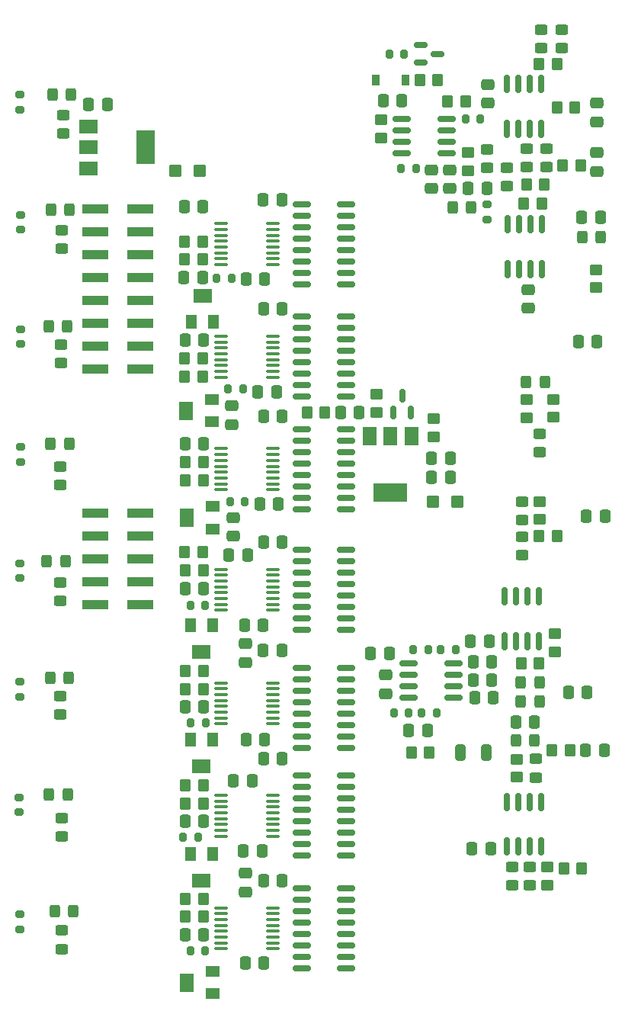
<source format=gbr>
%TF.GenerationSoftware,KiCad,Pcbnew,(6.0.1)*%
%TF.CreationDate,2023-08-04T16:44:47-07:00*%
%TF.ProjectId,pipes_main,70697065-735f-46d6-9169-6e2e6b696361,rev?*%
%TF.SameCoordinates,Original*%
%TF.FileFunction,Paste,Bot*%
%TF.FilePolarity,Positive*%
%FSLAX46Y46*%
G04 Gerber Fmt 4.6, Leading zero omitted, Abs format (unit mm)*
G04 Created by KiCad (PCBNEW (6.0.1)) date 2023-08-04 16:44:47*
%MOMM*%
%LPD*%
G01*
G04 APERTURE LIST*
G04 Aperture macros list*
%AMRoundRect*
0 Rectangle with rounded corners*
0 $1 Rounding radius*
0 $2 $3 $4 $5 $6 $7 $8 $9 X,Y pos of 4 corners*
0 Add a 4 corners polygon primitive as box body*
4,1,4,$2,$3,$4,$5,$6,$7,$8,$9,$2,$3,0*
0 Add four circle primitives for the rounded corners*
1,1,$1+$1,$2,$3*
1,1,$1+$1,$4,$5*
1,1,$1+$1,$6,$7*
1,1,$1+$1,$8,$9*
0 Add four rect primitives between the rounded corners*
20,1,$1+$1,$2,$3,$4,$5,0*
20,1,$1+$1,$4,$5,$6,$7,0*
20,1,$1+$1,$6,$7,$8,$9,0*
20,1,$1+$1,$8,$9,$2,$3,0*%
G04 Aperture macros list end*
%ADD10RoundRect,0.250000X-0.450000X0.325000X-0.450000X-0.325000X0.450000X-0.325000X0.450000X0.325000X0*%
%ADD11R,1.500000X2.000000*%
%ADD12R,3.800000X2.000000*%
%ADD13RoundRect,0.250000X0.350000X0.450000X-0.350000X0.450000X-0.350000X-0.450000X0.350000X-0.450000X0*%
%ADD14RoundRect,0.150000X-0.587500X-0.150000X0.587500X-0.150000X0.587500X0.150000X-0.587500X0.150000X0*%
%ADD15RoundRect,0.200000X0.200000X0.275000X-0.200000X0.275000X-0.200000X-0.275000X0.200000X-0.275000X0*%
%ADD16RoundRect,0.250000X-0.350000X-0.450000X0.350000X-0.450000X0.350000X0.450000X-0.350000X0.450000X0*%
%ADD17RoundRect,0.250000X0.337500X0.475000X-0.337500X0.475000X-0.337500X-0.475000X0.337500X-0.475000X0*%
%ADD18RoundRect,0.250000X-0.337500X-0.475000X0.337500X-0.475000X0.337500X0.475000X-0.337500X0.475000X0*%
%ADD19RoundRect,0.250000X0.475000X-0.337500X0.475000X0.337500X-0.475000X0.337500X-0.475000X-0.337500X0*%
%ADD20RoundRect,0.250000X0.450000X-0.325000X0.450000X0.325000X-0.450000X0.325000X-0.450000X-0.325000X0*%
%ADD21RoundRect,0.250000X0.450000X-0.350000X0.450000X0.350000X-0.450000X0.350000X-0.450000X-0.350000X0*%
%ADD22R,1.300000X1.600000*%
%ADD23R,2.000000X1.600000*%
%ADD24R,1.600000X1.300000*%
%ADD25R,1.600000X2.000000*%
%ADD26RoundRect,0.150000X-0.150000X0.825000X-0.150000X-0.825000X0.150000X-0.825000X0.150000X0.825000X0*%
%ADD27RoundRect,0.250000X0.325000X0.450000X-0.325000X0.450000X-0.325000X-0.450000X0.325000X-0.450000X0*%
%ADD28RoundRect,0.250000X-0.450000X-0.425000X0.450000X-0.425000X0.450000X0.425000X-0.450000X0.425000X0*%
%ADD29RoundRect,0.100000X0.637500X0.100000X-0.637500X0.100000X-0.637500X-0.100000X0.637500X-0.100000X0*%
%ADD30RoundRect,0.250000X-0.450000X0.350000X-0.450000X-0.350000X0.450000X-0.350000X0.450000X0.350000X0*%
%ADD31RoundRect,0.200000X-0.275000X0.200000X-0.275000X-0.200000X0.275000X-0.200000X0.275000X0.200000X0*%
%ADD32RoundRect,0.150000X0.825000X0.150000X-0.825000X0.150000X-0.825000X-0.150000X0.825000X-0.150000X0*%
%ADD33RoundRect,0.250000X-0.475000X0.337500X-0.475000X-0.337500X0.475000X-0.337500X0.475000X0.337500X0*%
%ADD34RoundRect,0.150000X0.150000X-0.587500X0.150000X0.587500X-0.150000X0.587500X-0.150000X-0.587500X0*%
%ADD35R,0.900000X1.200000*%
%ADD36R,3.000000X1.000000*%
%ADD37RoundRect,0.250000X-0.325000X-0.450000X0.325000X-0.450000X0.325000X0.450000X-0.325000X0.450000X0*%
%ADD38R,2.000000X1.500000*%
%ADD39R,2.000000X3.800000*%
%ADD40RoundRect,0.200000X-0.200000X-0.275000X0.200000X-0.275000X0.200000X0.275000X-0.200000X0.275000X0*%
%ADD41RoundRect,0.250000X0.325000X0.650000X-0.325000X0.650000X-0.325000X-0.650000X0.325000X-0.650000X0*%
G04 APERTURE END LIST*
D10*
%TO.C,D15*%
X100600000Y-54375000D03*
X100600000Y-56425000D03*
%TD*%
D11*
%TO.C,U3*%
X83200000Y-86300000D03*
X85500000Y-86300000D03*
D12*
X85500000Y-92600000D03*
D11*
X87800000Y-86300000D03*
%TD*%
D13*
%TO.C,R36*%
X64700000Y-125100000D03*
X62700000Y-125100000D03*
%TD*%
D14*
%TO.C,Q2*%
X88862500Y-44830000D03*
X88862500Y-42930000D03*
X90737500Y-43880000D03*
%TD*%
D15*
%TO.C,R39*%
X64925000Y-105100000D03*
X63275000Y-105100000D03*
%TD*%
D13*
%TO.C,R82*%
X105450000Y-121250000D03*
X103450000Y-121250000D03*
%TD*%
D16*
%TO.C,R27*%
X100300000Y-60500000D03*
X102300000Y-60500000D03*
%TD*%
D17*
%TO.C,C8*%
X85347500Y-110490000D03*
X83272500Y-110490000D03*
%TD*%
D18*
%TO.C,C28*%
X69262500Y-107300000D03*
X71337500Y-107300000D03*
%TD*%
D17*
%TO.C,C9*%
X96917500Y-115400000D03*
X94842500Y-115400000D03*
%TD*%
D19*
%TO.C,C40*%
X69400000Y-111437500D03*
X69400000Y-109362500D03*
%TD*%
D20*
%TO.C,D14*%
X102800000Y-56425000D03*
X102800000Y-54375000D03*
%TD*%
D21*
%TO.C,R79*%
X108300000Y-69850000D03*
X108300000Y-67850000D03*
%TD*%
D15*
%TO.C,R30*%
X67835000Y-68770000D03*
X66185000Y-68770000D03*
%TD*%
D21*
%TO.C,R78*%
X103800000Y-110300000D03*
X103800000Y-108300000D03*
%TD*%
%TO.C,R73*%
X100600000Y-84300000D03*
X100600000Y-82300000D03*
%TD*%
D10*
%TO.C,D31*%
X48875000Y-76175000D03*
X48875000Y-78225000D03*
%TD*%
D17*
%TO.C,C76*%
X101487500Y-118050000D03*
X99412500Y-118050000D03*
%TD*%
D22*
%TO.C,RV17*%
X63250000Y-107350000D03*
D23*
X64500000Y-110250000D03*
D22*
X65750000Y-107350000D03*
%TD*%
D24*
%TO.C,RV13*%
X65750000Y-94150000D03*
D25*
X62850000Y-95400000D03*
D24*
X65750000Y-96650000D03*
%TD*%
D13*
%TO.C,R32*%
X64700000Y-89200000D03*
X62700000Y-89200000D03*
%TD*%
D26*
%TO.C,U38*%
X98195000Y-104125000D03*
X99465000Y-104125000D03*
X100735000Y-104125000D03*
X102005000Y-104125000D03*
X102005000Y-109075000D03*
X100735000Y-109075000D03*
X99465000Y-109075000D03*
X98195000Y-109075000D03*
%TD*%
D15*
%TO.C,R38*%
X64925000Y-143500000D03*
X63275000Y-143500000D03*
%TD*%
D10*
%TO.C,D23*%
X48850000Y-89700000D03*
X48850000Y-91750000D03*
%TD*%
%TO.C,D29*%
X49125000Y-50650000D03*
X49125000Y-52700000D03*
%TD*%
D27*
%TO.C,D9*%
X94425000Y-60900000D03*
X92375000Y-60900000D03*
%TD*%
D17*
%TO.C,C36*%
X73467500Y-84140000D03*
X71392500Y-84140000D03*
%TD*%
D28*
%TO.C,C12*%
X90250000Y-93600000D03*
X92950000Y-93600000D03*
%TD*%
D18*
%TO.C,C27*%
X69362500Y-144800000D03*
X71437500Y-144800000D03*
%TD*%
%TO.C,C10*%
X90062500Y-90900000D03*
X92137500Y-90900000D03*
%TD*%
D17*
%TO.C,C1*%
X82037500Y-83730000D03*
X79962500Y-83730000D03*
%TD*%
D29*
%TO.C,U10*%
X72422500Y-87725000D03*
X72422500Y-88375000D03*
X72422500Y-89025000D03*
X72422500Y-89675000D03*
X72422500Y-90325000D03*
X72422500Y-90975000D03*
X72422500Y-91625000D03*
X72422500Y-92275000D03*
X66697500Y-92275000D03*
X66697500Y-91625000D03*
X66697500Y-90975000D03*
X66697500Y-90325000D03*
X66697500Y-89675000D03*
X66697500Y-89025000D03*
X66697500Y-88375000D03*
X66697500Y-87725000D03*
%TD*%
D15*
%TO.C,R10*%
X89675000Y-110050000D03*
X88025000Y-110050000D03*
%TD*%
D30*
%TO.C,R7*%
X84480000Y-51200000D03*
X84480000Y-53200000D03*
%TD*%
D18*
%TO.C,C75*%
X105262500Y-114800000D03*
X107337500Y-114800000D03*
%TD*%
D31*
%TO.C,R17*%
X44400000Y-74475000D03*
X44400000Y-76125000D03*
%TD*%
D17*
%TO.C,C41*%
X70137500Y-124600000D03*
X68062500Y-124600000D03*
%TD*%
D32*
%TO.C,U19*%
X80585000Y-98955000D03*
X80585000Y-100225000D03*
X80585000Y-101495000D03*
X80585000Y-102765000D03*
X80585000Y-104035000D03*
X80585000Y-105305000D03*
X80585000Y-106575000D03*
X80585000Y-107845000D03*
X75635000Y-107845000D03*
X75635000Y-106575000D03*
X75635000Y-105305000D03*
X75635000Y-104035000D03*
X75635000Y-102765000D03*
X75635000Y-101495000D03*
X75635000Y-100225000D03*
X75635000Y-98955000D03*
%TD*%
D27*
%TO.C,D8*%
X108825000Y-64200000D03*
X106775000Y-64200000D03*
%TD*%
D17*
%TO.C,C72*%
X96437500Y-109100000D03*
X94362500Y-109100000D03*
%TD*%
D22*
%TO.C,RV10*%
X63250000Y-120050000D03*
D23*
X64500000Y-122950000D03*
D22*
X65750000Y-120050000D03*
%TD*%
D15*
%TO.C,R29*%
X69325000Y-93600000D03*
X67675000Y-93600000D03*
%TD*%
D29*
%TO.C,U17*%
X72422500Y-101125000D03*
X72422500Y-101775000D03*
X72422500Y-102425000D03*
X72422500Y-103075000D03*
X72422500Y-103725000D03*
X72422500Y-104375000D03*
X72422500Y-105025000D03*
X72422500Y-105675000D03*
X66697500Y-105675000D03*
X66697500Y-105025000D03*
X66697500Y-104375000D03*
X66697500Y-103725000D03*
X66697500Y-103075000D03*
X66697500Y-102425000D03*
X66697500Y-101775000D03*
X66697500Y-101125000D03*
%TD*%
D33*
%TO.C,C23*%
X68000000Y-95362500D03*
X68000000Y-97437500D03*
%TD*%
D21*
%TO.C,R70*%
X90300000Y-86400000D03*
X90300000Y-84400000D03*
%TD*%
D15*
%TO.C,R20*%
X64950000Y-118200000D03*
X63300000Y-118200000D03*
%TD*%
D31*
%TO.C,R13*%
X44375000Y-87550000D03*
X44375000Y-89200000D03*
%TD*%
D16*
%TO.C,R43*%
X62700000Y-101200000D03*
X64700000Y-101200000D03*
%TD*%
D17*
%TO.C,C42*%
X73447500Y-110140000D03*
X71372500Y-110140000D03*
%TD*%
D21*
%TO.C,R71*%
X99500000Y-124200000D03*
X99500000Y-122200000D03*
%TD*%
D29*
%TO.C,U12*%
X72422500Y-126205000D03*
X72422500Y-126855000D03*
X72422500Y-127505000D03*
X72422500Y-128155000D03*
X72422500Y-128805000D03*
X72422500Y-129455000D03*
X72422500Y-130105000D03*
X72422500Y-130755000D03*
X66697500Y-130755000D03*
X66697500Y-130105000D03*
X66697500Y-129455000D03*
X66697500Y-128805000D03*
X66697500Y-128155000D03*
X66697500Y-127505000D03*
X66697500Y-126855000D03*
X66697500Y-126205000D03*
%TD*%
D18*
%TO.C,C15*%
X70762500Y-81400000D03*
X72837500Y-81400000D03*
%TD*%
D16*
%TO.C,R41*%
X62700000Y-139700000D03*
X64700000Y-139700000D03*
%TD*%
D21*
%TO.C,R75*%
X102100000Y-95600000D03*
X102100000Y-93600000D03*
%TD*%
D18*
%TO.C,C20*%
X70962500Y-93900000D03*
X73037500Y-93900000D03*
%TD*%
D34*
%TO.C,Q1*%
X87740000Y-83687500D03*
X85840000Y-83687500D03*
X86790000Y-81812500D03*
%TD*%
D30*
%TO.C,R74*%
X102900000Y-134200000D03*
X102900000Y-136200000D03*
%TD*%
D16*
%TO.C,R19*%
X87800000Y-121500000D03*
X89800000Y-121500000D03*
%TD*%
D20*
%TO.C,D11*%
X102200000Y-43225000D03*
X102200000Y-41175000D03*
%TD*%
D10*
%TO.C,D19*%
X99000000Y-134175000D03*
X99000000Y-136225000D03*
%TD*%
D29*
%TO.C,U4*%
X72422500Y-113725000D03*
X72422500Y-114375000D03*
X72422500Y-115025000D03*
X72422500Y-115675000D03*
X72422500Y-116325000D03*
X72422500Y-116975000D03*
X72422500Y-117625000D03*
X72422500Y-118275000D03*
X66697500Y-118275000D03*
X66697500Y-117625000D03*
X66697500Y-116975000D03*
X66697500Y-116325000D03*
X66697500Y-115675000D03*
X66697500Y-115025000D03*
X66697500Y-114375000D03*
X66697500Y-113725000D03*
%TD*%
D31*
%TO.C,R15*%
X44300000Y-139425000D03*
X44300000Y-141075000D03*
%TD*%
D35*
%TO.C,D5*%
X87137500Y-46780000D03*
X83837500Y-46780000D03*
%TD*%
D15*
%TO.C,R21*%
X69125000Y-81100000D03*
X67475000Y-81100000D03*
%TD*%
D18*
%TO.C,C3*%
X51962500Y-49500000D03*
X54037500Y-49500000D03*
%TD*%
D17*
%TO.C,C31*%
X64737500Y-75700000D03*
X62662500Y-75700000D03*
%TD*%
D36*
%TO.C,J21*%
X52680000Y-61110000D03*
X57720000Y-61110000D03*
X52680000Y-63650000D03*
X57720000Y-63650000D03*
X52680000Y-66190000D03*
X57720000Y-66190000D03*
X52680000Y-68730000D03*
X57720000Y-68730000D03*
X52680000Y-71270000D03*
X57720000Y-71270000D03*
X52680000Y-73810000D03*
X57720000Y-73810000D03*
X52680000Y-76350000D03*
X57720000Y-76350000D03*
X52680000Y-78890000D03*
X57720000Y-78890000D03*
%TD*%
D21*
%TO.C,R1*%
X83930000Y-83670000D03*
X83930000Y-81670000D03*
%TD*%
D24*
%TO.C,RV11*%
X65650000Y-82250000D03*
D25*
X62750000Y-83500000D03*
D24*
X65650000Y-84750000D03*
%TD*%
D20*
%TO.C,D18*%
X101000000Y-136225000D03*
X101000000Y-134175000D03*
%TD*%
D27*
%TO.C,D3*%
X49825000Y-61225000D03*
X47775000Y-61225000D03*
%TD*%
D13*
%TO.C,R85*%
X104000000Y-97450000D03*
X102000000Y-97450000D03*
%TD*%
D37*
%TO.C,D16*%
X100575000Y-80300000D03*
X102625000Y-80300000D03*
%TD*%
D31*
%TO.C,R2*%
X96220000Y-60595000D03*
X96220000Y-62245000D03*
%TD*%
D18*
%TO.C,C19*%
X87512500Y-119050000D03*
X89587500Y-119050000D03*
%TD*%
D27*
%TO.C,D26*%
X50225000Y-139050000D03*
X48175000Y-139050000D03*
%TD*%
D10*
%TO.C,D17*%
X102100000Y-86075000D03*
X102100000Y-88125000D03*
%TD*%
D22*
%TO.C,RV14*%
X65850000Y-73650000D03*
D23*
X64600000Y-70750000D03*
D22*
X63350000Y-73650000D03*
%TD*%
D27*
%TO.C,D28*%
X50025000Y-48425000D03*
X47975000Y-48425000D03*
%TD*%
D16*
%TO.C,R26*%
X62600000Y-79700000D03*
X64600000Y-79700000D03*
%TD*%
D18*
%TO.C,C14*%
X69462500Y-120000000D03*
X71537500Y-120000000D03*
%TD*%
D32*
%TO.C,U13*%
X80585000Y-85555000D03*
X80585000Y-86825000D03*
X80585000Y-88095000D03*
X80585000Y-89365000D03*
X80585000Y-90635000D03*
X80585000Y-91905000D03*
X80585000Y-93175000D03*
X80585000Y-94445000D03*
X75635000Y-94445000D03*
X75635000Y-93175000D03*
X75635000Y-91905000D03*
X75635000Y-90635000D03*
X75635000Y-89365000D03*
X75635000Y-88095000D03*
X75635000Y-86825000D03*
X75635000Y-85555000D03*
%TD*%
D36*
%TO.C,J22*%
X57720000Y-105080000D03*
X52680000Y-105080000D03*
X57720000Y-102540000D03*
X52680000Y-102540000D03*
X57720000Y-100000000D03*
X52680000Y-100000000D03*
X57720000Y-97460000D03*
X52680000Y-97460000D03*
X57720000Y-94920000D03*
X52680000Y-94920000D03*
%TD*%
D19*
%TO.C,C70*%
X96300000Y-49337500D03*
X96300000Y-47262500D03*
%TD*%
D21*
%TO.C,R3*%
X94110000Y-56840000D03*
X94110000Y-54840000D03*
%TD*%
D10*
%TO.C,D27*%
X48950000Y-141225000D03*
X48950000Y-143275000D03*
%TD*%
%TO.C,D20*%
X100100000Y-93575000D03*
X100100000Y-95625000D03*
%TD*%
D19*
%TO.C,C44*%
X69400000Y-136937500D03*
X69400000Y-134862500D03*
%TD*%
D13*
%TO.C,R40*%
X64700000Y-137700000D03*
X62700000Y-137700000D03*
%TD*%
%TO.C,R34*%
X64650000Y-64700000D03*
X62650000Y-64700000D03*
%TD*%
%TO.C,R8*%
X90730000Y-46800000D03*
X88730000Y-46800000D03*
%TD*%
D32*
%TO.C,U18*%
X80585000Y-136535000D03*
X80585000Y-137805000D03*
X80585000Y-139075000D03*
X80585000Y-140345000D03*
X80585000Y-141615000D03*
X80585000Y-142885000D03*
X80585000Y-144155000D03*
X80585000Y-145425000D03*
X75635000Y-145425000D03*
X75635000Y-144155000D03*
X75635000Y-142885000D03*
X75635000Y-141615000D03*
X75635000Y-140345000D03*
X75635000Y-139075000D03*
X75635000Y-137805000D03*
X75635000Y-136535000D03*
%TD*%
D38*
%TO.C,U6*%
X51975476Y-56580000D03*
X51975476Y-54280000D03*
D39*
X58275476Y-54280000D03*
D38*
X51975476Y-51980000D03*
%TD*%
D27*
%TO.C,D7*%
X102025000Y-115800000D03*
X99975000Y-115800000D03*
%TD*%
D19*
%TO.C,C7*%
X90060000Y-58827500D03*
X90060000Y-56752500D03*
%TD*%
D31*
%TO.C,R12*%
X44425000Y-61775000D03*
X44425000Y-63425000D03*
%TD*%
D10*
%TO.C,D25*%
X48775000Y-115225000D03*
X48775000Y-117275000D03*
%TD*%
D26*
%TO.C,U39*%
X98395000Y-126950000D03*
X99665000Y-126950000D03*
X100935000Y-126950000D03*
X102205000Y-126950000D03*
X102205000Y-131900000D03*
X100935000Y-131900000D03*
X99665000Y-131900000D03*
X98395000Y-131900000D03*
%TD*%
D28*
%TO.C,C4*%
X61570476Y-56830000D03*
X64270476Y-56830000D03*
%TD*%
D26*
%TO.C,U37*%
X98495000Y-62825000D03*
X99765000Y-62825000D03*
X101035000Y-62825000D03*
X102305000Y-62825000D03*
X102305000Y-67775000D03*
X101035000Y-67775000D03*
X99765000Y-67775000D03*
X98495000Y-67775000D03*
%TD*%
D33*
%TO.C,C11*%
X92110000Y-56742500D03*
X92110000Y-58817500D03*
%TD*%
D17*
%TO.C,C79*%
X109237500Y-121200000D03*
X107162500Y-121200000D03*
%TD*%
D31*
%TO.C,R44*%
X44300000Y-100450000D03*
X44300000Y-102100000D03*
%TD*%
D17*
%TO.C,C6*%
X86780000Y-49110000D03*
X84705000Y-49110000D03*
%TD*%
%TO.C,C26*%
X96737500Y-111350000D03*
X94662500Y-111350000D03*
%TD*%
D15*
%TO.C,R18*%
X87525000Y-117050000D03*
X85875000Y-117050000D03*
%TD*%
D17*
%TO.C,C25*%
X64737500Y-129100000D03*
X62662500Y-129100000D03*
%TD*%
D27*
%TO.C,D22*%
X49800000Y-87150000D03*
X47750000Y-87150000D03*
%TD*%
D32*
%TO.C,U14*%
X80585000Y-124035000D03*
X80585000Y-125305000D03*
X80585000Y-126575000D03*
X80585000Y-127845000D03*
X80585000Y-129115000D03*
X80585000Y-130385000D03*
X80585000Y-131655000D03*
X80585000Y-132925000D03*
X75635000Y-132925000D03*
X75635000Y-131655000D03*
X75635000Y-130385000D03*
X75635000Y-129115000D03*
X75635000Y-127845000D03*
X75635000Y-126575000D03*
X75635000Y-125305000D03*
X75635000Y-124035000D03*
%TD*%
D10*
%TO.C,D33*%
X48775000Y-102575000D03*
X48775000Y-104625000D03*
%TD*%
D33*
%TO.C,C18*%
X67900000Y-82962500D03*
X67900000Y-85037500D03*
%TD*%
D10*
%TO.C,D4*%
X49000000Y-63450000D03*
X49000000Y-65500000D03*
%TD*%
D17*
%TO.C,C38*%
X64737500Y-103300000D03*
X62662500Y-103300000D03*
%TD*%
D32*
%TO.C,U1*%
X91725000Y-51105000D03*
X91725000Y-52375000D03*
X91725000Y-53645000D03*
X91725000Y-54915000D03*
X86775000Y-54915000D03*
X86775000Y-53645000D03*
X86775000Y-52375000D03*
X86775000Y-51105000D03*
%TD*%
D33*
%TO.C,C73*%
X108400000Y-49362500D03*
X108400000Y-51437500D03*
%TD*%
D17*
%TO.C,C33*%
X64737500Y-87200000D03*
X62662500Y-87200000D03*
%TD*%
%TO.C,C74*%
X108837500Y-62000000D03*
X106762500Y-62000000D03*
%TD*%
D29*
%TO.C,U5*%
X72422500Y-75225000D03*
X72422500Y-75875000D03*
X72422500Y-76525000D03*
X72422500Y-77175000D03*
X72422500Y-77825000D03*
X72422500Y-78475000D03*
X72422500Y-79125000D03*
X72422500Y-79775000D03*
X66697500Y-79775000D03*
X66697500Y-79125000D03*
X66697500Y-78475000D03*
X66697500Y-77825000D03*
X66697500Y-77175000D03*
X66697500Y-76525000D03*
X66697500Y-75875000D03*
X66697500Y-75225000D03*
%TD*%
D17*
%TO.C,C45*%
X73457500Y-135700000D03*
X71382500Y-135700000D03*
%TD*%
D18*
%TO.C,C21*%
X69442500Y-68860000D03*
X71517500Y-68860000D03*
%TD*%
D17*
%TO.C,C34*%
X73467500Y-72160000D03*
X71392500Y-72160000D03*
%TD*%
D18*
%TO.C,C22*%
X69162500Y-132400000D03*
X71237500Y-132400000D03*
%TD*%
D22*
%TO.C,RV15*%
X63250000Y-132750000D03*
D23*
X64500000Y-135650000D03*
D22*
X65750000Y-132750000D03*
%TD*%
D16*
%TO.C,R35*%
X62600000Y-66700000D03*
X64600000Y-66700000D03*
%TD*%
D17*
%TO.C,C24*%
X64637500Y-68700000D03*
X62562500Y-68700000D03*
%TD*%
D13*
%TO.C,R42*%
X64650000Y-99200000D03*
X62650000Y-99200000D03*
%TD*%
D40*
%TO.C,R68*%
X88950000Y-117050000D03*
X90600000Y-117050000D03*
%TD*%
D13*
%TO.C,R84*%
X106750000Y-134300000D03*
X104750000Y-134300000D03*
%TD*%
D16*
%TO.C,R69*%
X76200000Y-83700000D03*
X78200000Y-83700000D03*
%TD*%
%TO.C,R72*%
X100600000Y-58400000D03*
X102600000Y-58400000D03*
%TD*%
D27*
%TO.C,D24*%
X49775000Y-113175000D03*
X47725000Y-113175000D03*
%TD*%
D16*
%TO.C,R33*%
X62700000Y-91200000D03*
X64700000Y-91200000D03*
%TD*%
D15*
%TO.C,R4*%
X95465000Y-51070000D03*
X93815000Y-51070000D03*
%TD*%
D17*
%TO.C,C30*%
X64657500Y-60810000D03*
X62582500Y-60810000D03*
%TD*%
%TO.C,C77*%
X108437500Y-75800000D03*
X106362500Y-75800000D03*
%TD*%
D13*
%TO.C,R81*%
X106600000Y-56250000D03*
X104600000Y-56250000D03*
%TD*%
D33*
%TO.C,C71*%
X100800000Y-70062500D03*
X100800000Y-72137500D03*
%TD*%
D10*
%TO.C,D2*%
X98430000Y-56507500D03*
X98430000Y-58557500D03*
%TD*%
D31*
%TO.C,R16*%
X44325000Y-48425000D03*
X44325000Y-50075000D03*
%TD*%
D40*
%TO.C,R9*%
X85385000Y-43880000D03*
X87035000Y-43880000D03*
%TD*%
D29*
%TO.C,U11*%
X72422500Y-62725000D03*
X72422500Y-63375000D03*
X72422500Y-64025000D03*
X72422500Y-64675000D03*
X72422500Y-65325000D03*
X72422500Y-65975000D03*
X72422500Y-66625000D03*
X72422500Y-67275000D03*
X66697500Y-67275000D03*
X66697500Y-66625000D03*
X66697500Y-65975000D03*
X66697500Y-65325000D03*
X66697500Y-64675000D03*
X66697500Y-64025000D03*
X66697500Y-63375000D03*
X66697500Y-62725000D03*
%TD*%
D13*
%TO.C,R23*%
X64700000Y-112400000D03*
X62700000Y-112400000D03*
%TD*%
D18*
%TO.C,C2*%
X90062500Y-88800000D03*
X92137500Y-88800000D03*
%TD*%
D17*
%TO.C,C17*%
X64737500Y-116400000D03*
X62662500Y-116400000D03*
%TD*%
D29*
%TO.C,U16*%
X72422500Y-138705000D03*
X72422500Y-139355000D03*
X72422500Y-140005000D03*
X72422500Y-140655000D03*
X72422500Y-141305000D03*
X72422500Y-141955000D03*
X72422500Y-142605000D03*
X72422500Y-143255000D03*
X66697500Y-143255000D03*
X66697500Y-142605000D03*
X66697500Y-141955000D03*
X66697500Y-141305000D03*
X66697500Y-140655000D03*
X66697500Y-140005000D03*
X66697500Y-139355000D03*
X66697500Y-138705000D03*
%TD*%
D10*
%TO.C,D12*%
X101600000Y-122175000D03*
X101600000Y-124225000D03*
%TD*%
D37*
%TO.C,D6*%
X99975000Y-113700000D03*
X102025000Y-113700000D03*
%TD*%
D17*
%TO.C,C39*%
X73467500Y-98110000D03*
X71392500Y-98110000D03*
%TD*%
D16*
%TO.C,R28*%
X104000000Y-49800000D03*
X106000000Y-49800000D03*
%TD*%
%TO.C,R37*%
X62700000Y-127100000D03*
X64700000Y-127100000D03*
%TD*%
D32*
%TO.C,U8*%
X80585000Y-73055000D03*
X80585000Y-74325000D03*
X80585000Y-75595000D03*
X80585000Y-76865000D03*
X80585000Y-78135000D03*
X80585000Y-79405000D03*
X80585000Y-80675000D03*
X80585000Y-81945000D03*
X75635000Y-81945000D03*
X75635000Y-80675000D03*
X75635000Y-79405000D03*
X75635000Y-78135000D03*
X75635000Y-76865000D03*
X75635000Y-75595000D03*
X75635000Y-74325000D03*
X75635000Y-73055000D03*
%TD*%
D17*
%TO.C,C5*%
X96187500Y-58800000D03*
X94112500Y-58800000D03*
%TD*%
D27*
%TO.C,D32*%
X49375000Y-100175000D03*
X47325000Y-100175000D03*
%TD*%
D17*
%TO.C,C80*%
X109337500Y-95200000D03*
X107262500Y-95200000D03*
%TD*%
D13*
%TO.C,R25*%
X64650000Y-77700000D03*
X62650000Y-77700000D03*
%TD*%
D27*
%TO.C,D30*%
X49600000Y-74175000D03*
X47550000Y-74175000D03*
%TD*%
D13*
%TO.C,R80*%
X104000000Y-45050000D03*
X102000000Y-45050000D03*
%TD*%
%TO.C,R22*%
X102000000Y-111600000D03*
X100000000Y-111600000D03*
%TD*%
D17*
%TO.C,C43*%
X73467500Y-122110000D03*
X71392500Y-122110000D03*
%TD*%
%TO.C,C37*%
X64737500Y-141700000D03*
X62662500Y-141700000D03*
%TD*%
D16*
%TO.C,R5*%
X91810000Y-49180000D03*
X93810000Y-49180000D03*
%TD*%
D15*
%TO.C,R31*%
X64125000Y-130900000D03*
X62475000Y-130900000D03*
%TD*%
D27*
%TO.C,D34*%
X49625000Y-126100000D03*
X47575000Y-126100000D03*
%TD*%
D18*
%TO.C,C35*%
X67562500Y-99500000D03*
X69637500Y-99500000D03*
%TD*%
D27*
%TO.C,D13*%
X101500000Y-120100000D03*
X99450000Y-120100000D03*
%TD*%
D21*
%TO.C,R83*%
X103600000Y-84250000D03*
X103600000Y-82250000D03*
%TD*%
D10*
%TO.C,D21*%
X100100000Y-97475000D03*
X100100000Y-99525000D03*
%TD*%
D17*
%TO.C,C29*%
X96637500Y-132100000D03*
X94562500Y-132100000D03*
%TD*%
D32*
%TO.C,U7*%
X80585000Y-112055000D03*
X80585000Y-113325000D03*
X80585000Y-114595000D03*
X80585000Y-115865000D03*
X80585000Y-117135000D03*
X80585000Y-118405000D03*
X80585000Y-119675000D03*
X80585000Y-120945000D03*
X75635000Y-120945000D03*
X75635000Y-119675000D03*
X75635000Y-118405000D03*
X75635000Y-117135000D03*
X75635000Y-115865000D03*
X75635000Y-114595000D03*
X75635000Y-113325000D03*
X75635000Y-112055000D03*
%TD*%
D31*
%TO.C,R14*%
X44350000Y-113625000D03*
X44350000Y-115275000D03*
%TD*%
D41*
%TO.C,C16*%
X96175000Y-121500000D03*
X93225000Y-121500000D03*
%TD*%
D26*
%TO.C,U36*%
X98395000Y-47225000D03*
X99665000Y-47225000D03*
X100935000Y-47225000D03*
X102205000Y-47225000D03*
X102205000Y-52175000D03*
X100935000Y-52175000D03*
X99665000Y-52175000D03*
X98395000Y-52175000D03*
%TD*%
D31*
%TO.C,R45*%
X44250000Y-126425000D03*
X44250000Y-128075000D03*
%TD*%
D15*
%TO.C,R11*%
X92725000Y-110050000D03*
X91075000Y-110050000D03*
%TD*%
D19*
%TO.C,C78*%
X108450000Y-56937500D03*
X108450000Y-54862500D03*
%TD*%
D10*
%TO.C,D10*%
X104500000Y-41175000D03*
X104500000Y-43225000D03*
%TD*%
D33*
%TO.C,C13*%
X85000000Y-112862500D03*
X85000000Y-114937500D03*
%TD*%
D18*
%TO.C,C46*%
X94662500Y-113400000D03*
X96737500Y-113400000D03*
%TD*%
D32*
%TO.C,U2*%
X92485000Y-111595000D03*
X92485000Y-112865000D03*
X92485000Y-114135000D03*
X92485000Y-115405000D03*
X87535000Y-115405000D03*
X87535000Y-114135000D03*
X87535000Y-112865000D03*
X87535000Y-111595000D03*
%TD*%
D16*
%TO.C,R24*%
X62700000Y-114400000D03*
X64700000Y-114400000D03*
%TD*%
D32*
%TO.C,U15*%
X80585000Y-60555000D03*
X80585000Y-61825000D03*
X80585000Y-63095000D03*
X80585000Y-64365000D03*
X80585000Y-65635000D03*
X80585000Y-66905000D03*
X80585000Y-68175000D03*
X80585000Y-69445000D03*
X75635000Y-69445000D03*
X75635000Y-68175000D03*
X75635000Y-66905000D03*
X75635000Y-65635000D03*
X75635000Y-64365000D03*
X75635000Y-63095000D03*
X75635000Y-61825000D03*
X75635000Y-60555000D03*
%TD*%
D10*
%TO.C,D35*%
X49000000Y-128725000D03*
X49000000Y-130775000D03*
%TD*%
D24*
%TO.C,RV16*%
X65750000Y-145750000D03*
D25*
X62850000Y-147000000D03*
D24*
X65750000Y-148250000D03*
%TD*%
D40*
%TO.C,R6*%
X86685000Y-56650000D03*
X88335000Y-56650000D03*
%TD*%
D10*
%TO.C,D1*%
X96190000Y-54480000D03*
X96190000Y-56530000D03*
%TD*%
D17*
%TO.C,C32*%
X73407500Y-60060000D03*
X71332500Y-60060000D03*
%TD*%
M02*

</source>
